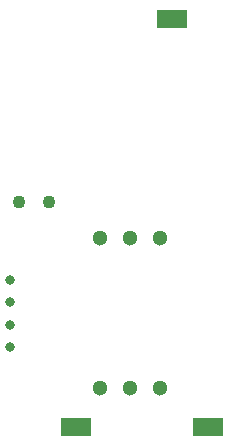
<source format=gbr>
G04 Layer_Color=0*
%FSLAX45Y45*%
%MOMM*%
%TF.FileFunction,NonPlated,1,2,NPTH,Drill*%
%TF.Part,Single*%
G01*
G75*
%TA.AperFunction,ComponentDrill*%
%ADD36C,1.09000*%
%ADD37C,0.80000*%
%ADD38C,1.30000*%
G36*
X-1244600Y2438400D02*
Y2590800D01*
X-1092200Y2590800D01*
X-990600Y2590800D01*
Y2438400D01*
X-1244600D01*
D02*
G37*
G36*
X-939800Y-1016000D02*
Y-863600D01*
X-685800D01*
Y-1016000D01*
X-939800D01*
D02*
G37*
G36*
X-2057400D02*
Y-863600D01*
X-1803400D01*
Y-1016000D01*
X-2057400D01*
D02*
G37*
D36*
X-2159000Y965200D02*
D03*
X-2413000D02*
D03*
D37*
X-2489200Y-260101D02*
D03*
Y-69601D02*
D03*
Y120899D02*
D03*
Y311399D02*
D03*
D38*
X-1727200Y-609600D02*
D03*
X-1473200D02*
D03*
X-1219200D02*
D03*
Y660400D02*
D03*
X-1473200D02*
D03*
X-1727200D02*
D03*
%TF.MD5,685cdc12c566f0e5370cdda7dbb33ab1*%
M02*

</source>
